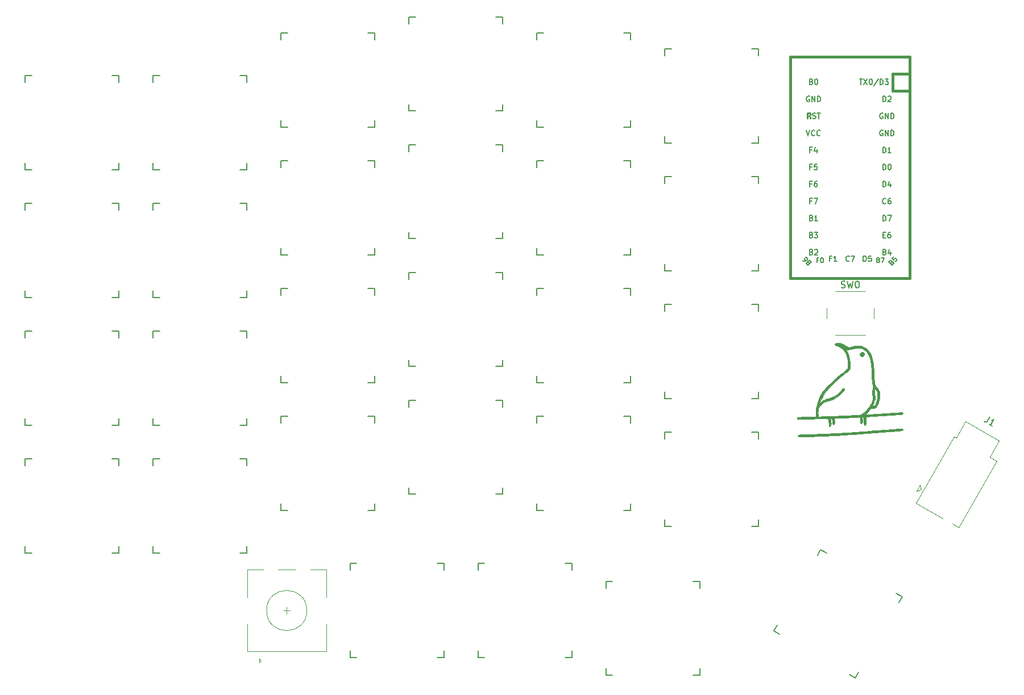
<source format=gbr>
%TF.GenerationSoftware,KiCad,Pcbnew,(5.1.9-0-10_14)*%
%TF.CreationDate,2021-04-25T18:40:37-05:00*%
%TF.ProjectId,wren-plain,7772656e-2d70-46c6-9169-6e2e6b696361,rev?*%
%TF.SameCoordinates,Original*%
%TF.FileFunction,Legend,Top*%
%TF.FilePolarity,Positive*%
%FSLAX46Y46*%
G04 Gerber Fmt 4.6, Leading zero omitted, Abs format (unit mm)*
G04 Created by KiCad (PCBNEW (5.1.9-0-10_14)) date 2021-04-25 18:40:37*
%MOMM*%
%LPD*%
G01*
G04 APERTURE LIST*
%ADD10C,0.010000*%
%ADD11C,0.150000*%
%ADD12C,0.381000*%
%ADD13C,0.120000*%
G04 APERTURE END LIST*
D10*
%TO.C,G\u002A\u002A\u002A*%
G36*
X243120703Y-70714347D02*
G01*
X243179873Y-70733749D01*
X243305406Y-70824822D01*
X243372759Y-70954498D01*
X243380886Y-71099163D01*
X243328744Y-71235208D01*
X243215287Y-71339022D01*
X243206845Y-71343536D01*
X243103152Y-71391649D01*
X243029931Y-71398916D01*
X242944143Y-71366487D01*
X242913834Y-71351374D01*
X242790795Y-71253094D01*
X242730932Y-71128654D01*
X242726859Y-70995206D01*
X242771187Y-70869900D01*
X242856529Y-70769888D01*
X242975497Y-70712320D01*
X243120703Y-70714347D01*
G37*
X243120703Y-70714347D02*
X243179873Y-70733749D01*
X243305406Y-70824822D01*
X243372759Y-70954498D01*
X243380886Y-71099163D01*
X243328744Y-71235208D01*
X243215287Y-71339022D01*
X243206845Y-71343536D01*
X243103152Y-71391649D01*
X243029931Y-71398916D01*
X242944143Y-71366487D01*
X242913834Y-71351374D01*
X242790795Y-71253094D01*
X242730932Y-71128654D01*
X242726859Y-70995206D01*
X242771187Y-70869900D01*
X242856529Y-70769888D01*
X242975497Y-70712320D01*
X243120703Y-70714347D01*
G36*
X239481311Y-69379606D02*
G01*
X239538174Y-69382175D01*
X239679855Y-69390166D01*
X239794314Y-69402675D01*
X239899282Y-69425624D01*
X240012486Y-69464939D01*
X240151656Y-69526542D01*
X240334522Y-69616357D01*
X240519175Y-69709951D01*
X241128268Y-70019946D01*
X241625129Y-69906646D01*
X242064847Y-69824023D01*
X242450283Y-69792887D01*
X242796121Y-69815616D01*
X243117047Y-69894586D01*
X243427746Y-70032176D01*
X243742904Y-70230762D01*
X243776317Y-70254859D01*
X243995294Y-70460457D01*
X244197308Y-70742895D01*
X244378681Y-71095394D01*
X244535730Y-71511175D01*
X244624033Y-71816049D01*
X244684380Y-72105211D01*
X244737010Y-72474770D01*
X244781552Y-72920779D01*
X244817634Y-73439286D01*
X244844886Y-74026344D01*
X244852114Y-74242183D01*
X244862755Y-74581306D01*
X244872378Y-74847400D01*
X244882197Y-75052077D01*
X244893429Y-75206945D01*
X244907288Y-75323614D01*
X244924990Y-75413694D01*
X244947750Y-75488794D01*
X244976782Y-75560525D01*
X244994131Y-75598974D01*
X245082426Y-75758656D01*
X245202215Y-75934726D01*
X245304652Y-76062212D01*
X245468910Y-76263557D01*
X245578877Y-76446970D01*
X245644004Y-76638692D01*
X245673745Y-76864965D01*
X245678309Y-77099583D01*
X245656645Y-77473817D01*
X245602311Y-77844976D01*
X245520031Y-78193612D01*
X245414527Y-78500281D01*
X245290521Y-78745535D01*
X245271511Y-78774513D01*
X245136004Y-78940875D01*
X244992253Y-79037445D01*
X244814538Y-79077273D01*
X244671331Y-79079020D01*
X244404313Y-79068791D01*
X244103785Y-79445144D01*
X243968790Y-79609430D01*
X243838566Y-79759614D01*
X243730091Y-79876549D01*
X243672380Y-79931624D01*
X243541503Y-80041750D01*
X243745835Y-80041677D01*
X243851409Y-80038720D01*
X244032206Y-80030285D01*
X244279000Y-80016958D01*
X244582564Y-79999325D01*
X244933674Y-79977970D01*
X245323102Y-79953480D01*
X245741622Y-79926440D01*
X246180008Y-79897435D01*
X246629034Y-79867050D01*
X247079475Y-79835872D01*
X247522103Y-79804486D01*
X247793987Y-79784782D01*
X248108724Y-79762704D01*
X248397562Y-79744239D01*
X248649270Y-79729963D01*
X248852618Y-79720450D01*
X248996374Y-79716276D01*
X249069308Y-79718017D01*
X249074571Y-79719186D01*
X249120581Y-79775162D01*
X249134755Y-79867476D01*
X249114643Y-79953068D01*
X249089447Y-79980857D01*
X249035857Y-79991156D01*
X248905514Y-80006055D01*
X248706172Y-80024971D01*
X248445586Y-80047321D01*
X248131510Y-80072522D01*
X247771699Y-80099991D01*
X247373908Y-80129145D01*
X246945890Y-80159401D01*
X246495400Y-80190176D01*
X246030193Y-80220887D01*
X245558024Y-80250952D01*
X245220166Y-80271745D01*
X244905972Y-80291088D01*
X244604102Y-80310227D01*
X244329724Y-80328157D01*
X244098004Y-80343875D01*
X243924111Y-80356376D01*
X243839966Y-80363108D01*
X243560433Y-80387760D01*
X243622280Y-80564005D01*
X243656002Y-80715754D01*
X243675678Y-80918183D01*
X243680591Y-81138363D01*
X243670024Y-81343365D01*
X243643263Y-81500257D01*
X243642684Y-81502250D01*
X243599560Y-81594443D01*
X243525369Y-81627167D01*
X243481454Y-81629250D01*
X243357500Y-81629250D01*
X243357284Y-81163583D01*
X243346629Y-80866224D01*
X243315735Y-80636944D01*
X243265753Y-80479768D01*
X243197835Y-80398717D01*
X243136048Y-80390256D01*
X243080302Y-80431488D01*
X243076232Y-80467597D01*
X243085958Y-80536909D01*
X243098166Y-80665671D01*
X243110543Y-80828805D01*
X243113087Y-80867250D01*
X243121656Y-81043040D01*
X243117536Y-81158095D01*
X243097284Y-81235838D01*
X243057458Y-81299694D01*
X243047757Y-81311750D01*
X242976787Y-81381306D01*
X242916989Y-81387180D01*
X242883902Y-81370673D01*
X242843504Y-81330520D01*
X242818709Y-81258148D01*
X242805396Y-81134770D01*
X242800302Y-80989673D01*
X242791044Y-80812236D01*
X242772961Y-80653007D01*
X242749738Y-80543190D01*
X242746543Y-80534195D01*
X242699648Y-80412807D01*
X242308907Y-80440006D01*
X242196451Y-80446763D01*
X242016103Y-80456301D01*
X241779844Y-80468082D01*
X241499651Y-80481569D01*
X241187505Y-80496223D01*
X240855385Y-80511505D01*
X240515271Y-80526879D01*
X240179142Y-80541806D01*
X239858976Y-80555747D01*
X239566755Y-80568165D01*
X239314456Y-80578522D01*
X239114060Y-80586280D01*
X238977546Y-80590901D01*
X238925243Y-80591983D01*
X238881841Y-80599471D01*
X238876817Y-80636461D01*
X238908902Y-80725007D01*
X238916523Y-80743350D01*
X238953983Y-80881777D01*
X238970410Y-81048856D01*
X238966988Y-81219594D01*
X238944903Y-81369002D01*
X238905340Y-81472087D01*
X238880750Y-81497614D01*
X238787371Y-81528941D01*
X238720888Y-81486280D01*
X238679612Y-81367046D01*
X238661851Y-81168651D01*
X238661684Y-81162285D01*
X238638231Y-80913164D01*
X238583181Y-80732327D01*
X238498496Y-80624024D01*
X238398883Y-80592083D01*
X238322696Y-80602895D01*
X238313564Y-80645501D01*
X238321255Y-80666166D01*
X238401690Y-80910287D01*
X238444145Y-81163580D01*
X238447811Y-81403761D01*
X238411880Y-81608547D01*
X238359675Y-81723659D01*
X238296375Y-81801583D01*
X238236235Y-81811523D01*
X238172677Y-81778937D01*
X238141125Y-81736873D01*
X238121422Y-81649466D01*
X238111480Y-81502472D01*
X238109177Y-81345668D01*
X238100936Y-81098858D01*
X238076092Y-80917675D01*
X238035130Y-80790502D01*
X237962094Y-80629089D01*
X236553463Y-80663502D01*
X236164252Y-80672304D01*
X235756210Y-80680274D01*
X235349128Y-80687113D01*
X234962797Y-80692522D01*
X234617008Y-80696203D01*
X234331551Y-80697855D01*
X234277000Y-80697916D01*
X233409166Y-80697916D01*
X233395748Y-80581259D01*
X233404409Y-80483618D01*
X233439234Y-80442765D01*
X233494176Y-80436488D01*
X233623156Y-80428961D01*
X233815562Y-80420583D01*
X234060780Y-80411752D01*
X234348198Y-80402864D01*
X234667205Y-80394319D01*
X234844413Y-80390089D01*
X236192687Y-80359250D01*
X236185076Y-79884775D01*
X236187302Y-79838861D01*
X236493639Y-79838861D01*
X236503244Y-80058633D01*
X236530525Y-80350684D01*
X237446345Y-80322671D01*
X237754407Y-80312910D01*
X238121914Y-80300719D01*
X238523709Y-80286967D01*
X238934636Y-80272521D01*
X239329537Y-80258250D01*
X239547500Y-80250163D01*
X239935952Y-80234990D01*
X240369322Y-80217067D01*
X240818745Y-80197653D01*
X241255362Y-80178006D01*
X241650309Y-80159387D01*
X241819241Y-80151051D01*
X242151305Y-80134077D01*
X242410226Y-80119601D01*
X242607431Y-80106122D01*
X242754352Y-80092139D01*
X242862414Y-80076153D01*
X242943049Y-80056661D01*
X243007684Y-80032164D01*
X243067749Y-80001161D01*
X243099266Y-79982969D01*
X243327416Y-79818504D01*
X243572186Y-79586933D01*
X243822304Y-79301087D01*
X244066499Y-78973800D01*
X244204014Y-78758998D01*
X244606333Y-78758998D01*
X244643510Y-78767426D01*
X244735447Y-78765640D01*
X244760877Y-78763722D01*
X244912523Y-78719413D01*
X244993564Y-78644750D01*
X245087557Y-78476434D01*
X245173379Y-78247132D01*
X245247839Y-77976125D01*
X245307747Y-77682693D01*
X245349913Y-77386118D01*
X245371147Y-77105679D01*
X245368257Y-76860658D01*
X245338055Y-76670334D01*
X245326197Y-76634435D01*
X245279699Y-76544844D01*
X245205718Y-76433172D01*
X245121478Y-76321912D01*
X245044204Y-76233555D01*
X244991120Y-76190593D01*
X244985394Y-76189416D01*
X244965213Y-76227974D01*
X244939395Y-76329903D01*
X244912991Y-76474585D01*
X244908848Y-76501683D01*
X244886173Y-76693275D01*
X244886246Y-76840675D01*
X244910262Y-76981567D01*
X244925970Y-77041433D01*
X244987180Y-77293458D01*
X245014241Y-77510328D01*
X245004562Y-77714462D01*
X244955554Y-77928278D01*
X244864629Y-78174197D01*
X244770687Y-78386026D01*
X244698874Y-78542995D01*
X244642976Y-78668614D01*
X244610933Y-78744868D01*
X244606333Y-78758998D01*
X244204014Y-78758998D01*
X244283828Y-78634327D01*
X244461272Y-78318028D01*
X244586730Y-78051592D01*
X244663526Y-77820779D01*
X244694989Y-77611353D01*
X244684443Y-77409073D01*
X244635216Y-77199703D01*
X244625851Y-77170313D01*
X244576087Y-76902129D01*
X244582238Y-76579225D01*
X244643964Y-76210150D01*
X244668152Y-76111235D01*
X244702487Y-75967932D01*
X244714315Y-75862595D01*
X244702175Y-75759916D01*
X244664608Y-75624588D01*
X244645522Y-75564045D01*
X244617916Y-75469060D01*
X244595645Y-75368647D01*
X244577722Y-75251089D01*
X244563157Y-75104668D01*
X244550961Y-74917667D01*
X244540145Y-74678367D01*
X244529720Y-74375053D01*
X244521433Y-74093916D01*
X244503885Y-73587549D01*
X244481149Y-73153147D01*
X244451797Y-72778089D01*
X244414396Y-72449758D01*
X244367519Y-72155533D01*
X244309734Y-71882796D01*
X244241827Y-71626556D01*
X244097800Y-71219197D01*
X243920124Y-70883950D01*
X243702604Y-70612835D01*
X243439048Y-70397872D01*
X243176872Y-70254552D01*
X242937589Y-70163404D01*
X242698377Y-70112054D01*
X242441370Y-70100006D01*
X242148703Y-70126766D01*
X241802509Y-70191838D01*
X241706500Y-70213800D01*
X241478257Y-70265660D01*
X241257723Y-70312556D01*
X241069292Y-70349498D01*
X240937359Y-70371497D01*
X240932279Y-70372167D01*
X240810568Y-70392541D01*
X240734648Y-70414320D01*
X240720855Y-70427171D01*
X240745747Y-70475803D01*
X240797985Y-70576124D01*
X240855592Y-70686083D01*
X241013051Y-71037501D01*
X241139821Y-71424794D01*
X241232749Y-71828658D01*
X241288679Y-72229790D01*
X241304457Y-72608888D01*
X241276928Y-72946648D01*
X241247892Y-73086549D01*
X241189192Y-73245778D01*
X241106278Y-73395981D01*
X241067976Y-73446841D01*
X241022149Y-73498449D01*
X240973151Y-73549221D01*
X240912361Y-73606443D01*
X240831153Y-73677404D01*
X240720905Y-73769389D01*
X240572993Y-73889687D01*
X240378794Y-74045585D01*
X240129684Y-74244370D01*
X240034333Y-74320324D01*
X239777187Y-74532274D01*
X239485060Y-74785020D01*
X239173878Y-75063792D01*
X238859568Y-75353820D01*
X238558060Y-75640333D01*
X238285279Y-75908562D01*
X238057154Y-76143735D01*
X237991625Y-76214605D01*
X237600109Y-76682595D01*
X237277246Y-77154708D01*
X237008913Y-77652870D01*
X236884340Y-77934081D01*
X236818326Y-78095737D01*
X236766786Y-78226103D01*
X236736918Y-78306758D01*
X236732333Y-78323156D01*
X236763218Y-78309747D01*
X236845529Y-78255033D01*
X236963746Y-78169545D01*
X237011432Y-78133773D01*
X237291950Y-77937812D01*
X237548308Y-77797579D01*
X237806422Y-77700535D01*
X238012474Y-77649424D01*
X238466460Y-77518443D01*
X238908211Y-77318932D01*
X239322009Y-77061275D01*
X239692133Y-76755856D01*
X240002866Y-76413062D01*
X240109464Y-76264100D01*
X240213635Y-76144730D01*
X240312286Y-76108343D01*
X240403633Y-76155477D01*
X240418028Y-76171496D01*
X240442439Y-76245679D01*
X240412776Y-76350175D01*
X240325818Y-76490005D01*
X240178348Y-76670190D01*
X239967145Y-76895751D01*
X239928500Y-76935094D01*
X239573644Y-77258096D01*
X239203175Y-77518702D01*
X238799727Y-77726289D01*
X238345937Y-77890235D01*
X237983612Y-77985297D01*
X237739631Y-78068582D01*
X237476665Y-78204081D01*
X237214509Y-78377161D01*
X236972955Y-78573188D01*
X236771798Y-78777527D01*
X236630832Y-78975543D01*
X236622108Y-78991908D01*
X236569796Y-79140366D01*
X236529074Y-79347820D01*
X236502752Y-79589057D01*
X236493639Y-79838861D01*
X236187302Y-79838861D01*
X236216593Y-79234752D01*
X236331291Y-78594308D01*
X236527927Y-77966601D01*
X236805259Y-77354789D01*
X237162044Y-76762031D01*
X237597040Y-76191486D01*
X237671818Y-76104750D01*
X237914414Y-75841082D01*
X238210011Y-75541149D01*
X238543420Y-75218875D01*
X238899454Y-74888184D01*
X239262925Y-74562999D01*
X239618646Y-74257244D01*
X239951430Y-73984843D01*
X240161333Y-73822413D01*
X240434067Y-73611170D01*
X240641093Y-73435524D01*
X240789882Y-73288496D01*
X240887908Y-73163105D01*
X240913099Y-73120250D01*
X240952723Y-72991662D01*
X240975822Y-72799694D01*
X240982734Y-72563940D01*
X240973795Y-72303990D01*
X240949342Y-72039436D01*
X240909710Y-71789870D01*
X240888606Y-71694177D01*
X240745569Y-71211541D01*
X240567411Y-70803010D01*
X240350376Y-70464047D01*
X240090710Y-70190114D01*
X239784661Y-69976676D01*
X239428473Y-69819194D01*
X239305097Y-69780396D01*
X239122240Y-69711055D01*
X239017654Y-69632303D01*
X238993380Y-69546988D01*
X239051459Y-69457959D01*
X239065497Y-69445992D01*
X239126599Y-69406174D01*
X239201971Y-69383768D01*
X239313059Y-69375877D01*
X239481311Y-69379606D01*
G37*
X239481311Y-69379606D02*
X239538174Y-69382175D01*
X239679855Y-69390166D01*
X239794314Y-69402675D01*
X239899282Y-69425624D01*
X240012486Y-69464939D01*
X240151656Y-69526542D01*
X240334522Y-69616357D01*
X240519175Y-69709951D01*
X241128268Y-70019946D01*
X241625129Y-69906646D01*
X242064847Y-69824023D01*
X242450283Y-69792887D01*
X242796121Y-69815616D01*
X243117047Y-69894586D01*
X243427746Y-70032176D01*
X243742904Y-70230762D01*
X243776317Y-70254859D01*
X243995294Y-70460457D01*
X244197308Y-70742895D01*
X244378681Y-71095394D01*
X244535730Y-71511175D01*
X244624033Y-71816049D01*
X244684380Y-72105211D01*
X244737010Y-72474770D01*
X244781552Y-72920779D01*
X244817634Y-73439286D01*
X244844886Y-74026344D01*
X244852114Y-74242183D01*
X244862755Y-74581306D01*
X244872378Y-74847400D01*
X244882197Y-75052077D01*
X244893429Y-75206945D01*
X244907288Y-75323614D01*
X244924990Y-75413694D01*
X244947750Y-75488794D01*
X244976782Y-75560525D01*
X244994131Y-75598974D01*
X245082426Y-75758656D01*
X245202215Y-75934726D01*
X245304652Y-76062212D01*
X245468910Y-76263557D01*
X245578877Y-76446970D01*
X245644004Y-76638692D01*
X245673745Y-76864965D01*
X245678309Y-77099583D01*
X245656645Y-77473817D01*
X245602311Y-77844976D01*
X245520031Y-78193612D01*
X245414527Y-78500281D01*
X245290521Y-78745535D01*
X245271511Y-78774513D01*
X245136004Y-78940875D01*
X244992253Y-79037445D01*
X244814538Y-79077273D01*
X244671331Y-79079020D01*
X244404313Y-79068791D01*
X244103785Y-79445144D01*
X243968790Y-79609430D01*
X243838566Y-79759614D01*
X243730091Y-79876549D01*
X243672380Y-79931624D01*
X243541503Y-80041750D01*
X243745835Y-80041677D01*
X243851409Y-80038720D01*
X244032206Y-80030285D01*
X244279000Y-80016958D01*
X244582564Y-79999325D01*
X244933674Y-79977970D01*
X245323102Y-79953480D01*
X245741622Y-79926440D01*
X246180008Y-79897435D01*
X246629034Y-79867050D01*
X247079475Y-79835872D01*
X247522103Y-79804486D01*
X247793987Y-79784782D01*
X248108724Y-79762704D01*
X248397562Y-79744239D01*
X248649270Y-79729963D01*
X248852618Y-79720450D01*
X248996374Y-79716276D01*
X249069308Y-79718017D01*
X249074571Y-79719186D01*
X249120581Y-79775162D01*
X249134755Y-79867476D01*
X249114643Y-79953068D01*
X249089447Y-79980857D01*
X249035857Y-79991156D01*
X248905514Y-80006055D01*
X248706172Y-80024971D01*
X248445586Y-80047321D01*
X248131510Y-80072522D01*
X247771699Y-80099991D01*
X247373908Y-80129145D01*
X246945890Y-80159401D01*
X246495400Y-80190176D01*
X246030193Y-80220887D01*
X245558024Y-80250952D01*
X245220166Y-80271745D01*
X244905972Y-80291088D01*
X244604102Y-80310227D01*
X244329724Y-80328157D01*
X244098004Y-80343875D01*
X243924111Y-80356376D01*
X243839966Y-80363108D01*
X243560433Y-80387760D01*
X243622280Y-80564005D01*
X243656002Y-80715754D01*
X243675678Y-80918183D01*
X243680591Y-81138363D01*
X243670024Y-81343365D01*
X243643263Y-81500257D01*
X243642684Y-81502250D01*
X243599560Y-81594443D01*
X243525369Y-81627167D01*
X243481454Y-81629250D01*
X243357500Y-81629250D01*
X243357284Y-81163583D01*
X243346629Y-80866224D01*
X243315735Y-80636944D01*
X243265753Y-80479768D01*
X243197835Y-80398717D01*
X243136048Y-80390256D01*
X243080302Y-80431488D01*
X243076232Y-80467597D01*
X243085958Y-80536909D01*
X243098166Y-80665671D01*
X243110543Y-80828805D01*
X243113087Y-80867250D01*
X243121656Y-81043040D01*
X243117536Y-81158095D01*
X243097284Y-81235838D01*
X243057458Y-81299694D01*
X243047757Y-81311750D01*
X242976787Y-81381306D01*
X242916989Y-81387180D01*
X242883902Y-81370673D01*
X242843504Y-81330520D01*
X242818709Y-81258148D01*
X242805396Y-81134770D01*
X242800302Y-80989673D01*
X242791044Y-80812236D01*
X242772961Y-80653007D01*
X242749738Y-80543190D01*
X242746543Y-80534195D01*
X242699648Y-80412807D01*
X242308907Y-80440006D01*
X242196451Y-80446763D01*
X242016103Y-80456301D01*
X241779844Y-80468082D01*
X241499651Y-80481569D01*
X241187505Y-80496223D01*
X240855385Y-80511505D01*
X240515271Y-80526879D01*
X240179142Y-80541806D01*
X239858976Y-80555747D01*
X239566755Y-80568165D01*
X239314456Y-80578522D01*
X239114060Y-80586280D01*
X238977546Y-80590901D01*
X238925243Y-80591983D01*
X238881841Y-80599471D01*
X238876817Y-80636461D01*
X238908902Y-80725007D01*
X238916523Y-80743350D01*
X238953983Y-80881777D01*
X238970410Y-81048856D01*
X238966988Y-81219594D01*
X238944903Y-81369002D01*
X238905340Y-81472087D01*
X238880750Y-81497614D01*
X238787371Y-81528941D01*
X238720888Y-81486280D01*
X238679612Y-81367046D01*
X238661851Y-81168651D01*
X238661684Y-81162285D01*
X238638231Y-80913164D01*
X238583181Y-80732327D01*
X238498496Y-80624024D01*
X238398883Y-80592083D01*
X238322696Y-80602895D01*
X238313564Y-80645501D01*
X238321255Y-80666166D01*
X238401690Y-80910287D01*
X238444145Y-81163580D01*
X238447811Y-81403761D01*
X238411880Y-81608547D01*
X238359675Y-81723659D01*
X238296375Y-81801583D01*
X238236235Y-81811523D01*
X238172677Y-81778937D01*
X238141125Y-81736873D01*
X238121422Y-81649466D01*
X238111480Y-81502472D01*
X238109177Y-81345668D01*
X238100936Y-81098858D01*
X238076092Y-80917675D01*
X238035130Y-80790502D01*
X237962094Y-80629089D01*
X236553463Y-80663502D01*
X236164252Y-80672304D01*
X235756210Y-80680274D01*
X235349128Y-80687113D01*
X234962797Y-80692522D01*
X234617008Y-80696203D01*
X234331551Y-80697855D01*
X234277000Y-80697916D01*
X233409166Y-80697916D01*
X233395748Y-80581259D01*
X233404409Y-80483618D01*
X233439234Y-80442765D01*
X233494176Y-80436488D01*
X233623156Y-80428961D01*
X233815562Y-80420583D01*
X234060780Y-80411752D01*
X234348198Y-80402864D01*
X234667205Y-80394319D01*
X234844413Y-80390089D01*
X236192687Y-80359250D01*
X236185076Y-79884775D01*
X236187302Y-79838861D01*
X236493639Y-79838861D01*
X236503244Y-80058633D01*
X236530525Y-80350684D01*
X237446345Y-80322671D01*
X237754407Y-80312910D01*
X238121914Y-80300719D01*
X238523709Y-80286967D01*
X238934636Y-80272521D01*
X239329537Y-80258250D01*
X239547500Y-80250163D01*
X239935952Y-80234990D01*
X240369322Y-80217067D01*
X240818745Y-80197653D01*
X241255362Y-80178006D01*
X241650309Y-80159387D01*
X241819241Y-80151051D01*
X242151305Y-80134077D01*
X242410226Y-80119601D01*
X242607431Y-80106122D01*
X242754352Y-80092139D01*
X242862414Y-80076153D01*
X242943049Y-80056661D01*
X243007684Y-80032164D01*
X243067749Y-80001161D01*
X243099266Y-79982969D01*
X243327416Y-79818504D01*
X243572186Y-79586933D01*
X243822304Y-79301087D01*
X244066499Y-78973800D01*
X244204014Y-78758998D01*
X244606333Y-78758998D01*
X244643510Y-78767426D01*
X244735447Y-78765640D01*
X244760877Y-78763722D01*
X244912523Y-78719413D01*
X244993564Y-78644750D01*
X245087557Y-78476434D01*
X245173379Y-78247132D01*
X245247839Y-77976125D01*
X245307747Y-77682693D01*
X245349913Y-77386118D01*
X245371147Y-77105679D01*
X245368257Y-76860658D01*
X245338055Y-76670334D01*
X245326197Y-76634435D01*
X245279699Y-76544844D01*
X245205718Y-76433172D01*
X245121478Y-76321912D01*
X245044204Y-76233555D01*
X244991120Y-76190593D01*
X244985394Y-76189416D01*
X244965213Y-76227974D01*
X244939395Y-76329903D01*
X244912991Y-76474585D01*
X244908848Y-76501683D01*
X244886173Y-76693275D01*
X244886246Y-76840675D01*
X244910262Y-76981567D01*
X244925970Y-77041433D01*
X244987180Y-77293458D01*
X245014241Y-77510328D01*
X245004562Y-77714462D01*
X244955554Y-77928278D01*
X244864629Y-78174197D01*
X244770687Y-78386026D01*
X244698874Y-78542995D01*
X244642976Y-78668614D01*
X244610933Y-78744868D01*
X244606333Y-78758998D01*
X244204014Y-78758998D01*
X244283828Y-78634327D01*
X244461272Y-78318028D01*
X244586730Y-78051592D01*
X244663526Y-77820779D01*
X244694989Y-77611353D01*
X244684443Y-77409073D01*
X244635216Y-77199703D01*
X244625851Y-77170313D01*
X244576087Y-76902129D01*
X244582238Y-76579225D01*
X244643964Y-76210150D01*
X244668152Y-76111235D01*
X244702487Y-75967932D01*
X244714315Y-75862595D01*
X244702175Y-75759916D01*
X244664608Y-75624588D01*
X244645522Y-75564045D01*
X244617916Y-75469060D01*
X244595645Y-75368647D01*
X244577722Y-75251089D01*
X244563157Y-75104668D01*
X244550961Y-74917667D01*
X244540145Y-74678367D01*
X244529720Y-74375053D01*
X244521433Y-74093916D01*
X244503885Y-73587549D01*
X244481149Y-73153147D01*
X244451797Y-72778089D01*
X244414396Y-72449758D01*
X244367519Y-72155533D01*
X244309734Y-71882796D01*
X244241827Y-71626556D01*
X244097800Y-71219197D01*
X243920124Y-70883950D01*
X243702604Y-70612835D01*
X243439048Y-70397872D01*
X243176872Y-70254552D01*
X242937589Y-70163404D01*
X242698377Y-70112054D01*
X242441370Y-70100006D01*
X242148703Y-70126766D01*
X241802509Y-70191838D01*
X241706500Y-70213800D01*
X241478257Y-70265660D01*
X241257723Y-70312556D01*
X241069292Y-70349498D01*
X240937359Y-70371497D01*
X240932279Y-70372167D01*
X240810568Y-70392541D01*
X240734648Y-70414320D01*
X240720855Y-70427171D01*
X240745747Y-70475803D01*
X240797985Y-70576124D01*
X240855592Y-70686083D01*
X241013051Y-71037501D01*
X241139821Y-71424794D01*
X241232749Y-71828658D01*
X241288679Y-72229790D01*
X241304457Y-72608888D01*
X241276928Y-72946648D01*
X241247892Y-73086549D01*
X241189192Y-73245778D01*
X241106278Y-73395981D01*
X241067976Y-73446841D01*
X241022149Y-73498449D01*
X240973151Y-73549221D01*
X240912361Y-73606443D01*
X240831153Y-73677404D01*
X240720905Y-73769389D01*
X240572993Y-73889687D01*
X240378794Y-74045585D01*
X240129684Y-74244370D01*
X240034333Y-74320324D01*
X239777187Y-74532274D01*
X239485060Y-74785020D01*
X239173878Y-75063792D01*
X238859568Y-75353820D01*
X238558060Y-75640333D01*
X238285279Y-75908562D01*
X238057154Y-76143735D01*
X237991625Y-76214605D01*
X237600109Y-76682595D01*
X237277246Y-77154708D01*
X237008913Y-77652870D01*
X236884340Y-77934081D01*
X236818326Y-78095737D01*
X236766786Y-78226103D01*
X236736918Y-78306758D01*
X236732333Y-78323156D01*
X236763218Y-78309747D01*
X236845529Y-78255033D01*
X236963746Y-78169545D01*
X237011432Y-78133773D01*
X237291950Y-77937812D01*
X237548308Y-77797579D01*
X237806422Y-77700535D01*
X238012474Y-77649424D01*
X238466460Y-77518443D01*
X238908211Y-77318932D01*
X239322009Y-77061275D01*
X239692133Y-76755856D01*
X240002866Y-76413062D01*
X240109464Y-76264100D01*
X240213635Y-76144730D01*
X240312286Y-76108343D01*
X240403633Y-76155477D01*
X240418028Y-76171496D01*
X240442439Y-76245679D01*
X240412776Y-76350175D01*
X240325818Y-76490005D01*
X240178348Y-76670190D01*
X239967145Y-76895751D01*
X239928500Y-76935094D01*
X239573644Y-77258096D01*
X239203175Y-77518702D01*
X238799727Y-77726289D01*
X238345937Y-77890235D01*
X237983612Y-77985297D01*
X237739631Y-78068582D01*
X237476665Y-78204081D01*
X237214509Y-78377161D01*
X236972955Y-78573188D01*
X236771798Y-78777527D01*
X236630832Y-78975543D01*
X236622108Y-78991908D01*
X236569796Y-79140366D01*
X236529074Y-79347820D01*
X236502752Y-79589057D01*
X236493639Y-79838861D01*
X236187302Y-79838861D01*
X236216593Y-79234752D01*
X236331291Y-78594308D01*
X236527927Y-77966601D01*
X236805259Y-77354789D01*
X237162044Y-76762031D01*
X237597040Y-76191486D01*
X237671818Y-76104750D01*
X237914414Y-75841082D01*
X238210011Y-75541149D01*
X238543420Y-75218875D01*
X238899454Y-74888184D01*
X239262925Y-74562999D01*
X239618646Y-74257244D01*
X239951430Y-73984843D01*
X240161333Y-73822413D01*
X240434067Y-73611170D01*
X240641093Y-73435524D01*
X240789882Y-73288496D01*
X240887908Y-73163105D01*
X240913099Y-73120250D01*
X240952723Y-72991662D01*
X240975822Y-72799694D01*
X240982734Y-72563940D01*
X240973795Y-72303990D01*
X240949342Y-72039436D01*
X240909710Y-71789870D01*
X240888606Y-71694177D01*
X240745569Y-71211541D01*
X240567411Y-70803010D01*
X240350376Y-70464047D01*
X240090710Y-70190114D01*
X239784661Y-69976676D01*
X239428473Y-69819194D01*
X239305097Y-69780396D01*
X239122240Y-69711055D01*
X239017654Y-69632303D01*
X238993380Y-69546988D01*
X239051459Y-69457959D01*
X239065497Y-69445992D01*
X239126599Y-69406174D01*
X239201971Y-69383768D01*
X239313059Y-69375877D01*
X239481311Y-69379606D01*
G36*
X249073945Y-82143662D02*
G01*
X249128437Y-82201470D01*
X249133027Y-82289813D01*
X249091993Y-82374168D01*
X249040750Y-82411413D01*
X248981613Y-82421827D01*
X248844687Y-82437766D01*
X248636629Y-82458704D01*
X248364100Y-82484117D01*
X248033759Y-82513479D01*
X247652267Y-82546266D01*
X247226281Y-82581951D01*
X246762463Y-82620009D01*
X246267472Y-82659916D01*
X245747967Y-82701145D01*
X245210608Y-82743172D01*
X244662055Y-82785472D01*
X244108967Y-82827519D01*
X243558004Y-82868787D01*
X243015826Y-82908752D01*
X242489091Y-82946889D01*
X241984461Y-82982671D01*
X241508594Y-83015575D01*
X241068150Y-83045073D01*
X240732833Y-83066685D01*
X240344150Y-83090053D01*
X239904165Y-83114504D01*
X239422796Y-83139627D01*
X238909960Y-83165009D01*
X238375574Y-83190238D01*
X237829554Y-83214899D01*
X237281818Y-83238582D01*
X236742282Y-83260874D01*
X236220863Y-83281361D01*
X235727479Y-83299631D01*
X235272047Y-83315271D01*
X234864482Y-83327870D01*
X234514703Y-83337013D01*
X234232626Y-83342289D01*
X234081100Y-83343460D01*
X233857049Y-83340697D01*
X233704462Y-83331074D01*
X233610302Y-83313079D01*
X233561534Y-83285201D01*
X233559579Y-83282956D01*
X233529455Y-83195699D01*
X233567369Y-83114400D01*
X233657911Y-83059333D01*
X233738739Y-83047208D01*
X233904132Y-83045037D01*
X234144890Y-83039156D01*
X234451812Y-83029945D01*
X234815695Y-83017785D01*
X235227336Y-83003055D01*
X235677534Y-82986135D01*
X236157086Y-82967406D01*
X236656790Y-82947246D01*
X237167444Y-82926036D01*
X237679845Y-82904156D01*
X238184790Y-82881986D01*
X238673079Y-82859906D01*
X239135508Y-82838294D01*
X239562875Y-82817533D01*
X239945978Y-82798001D01*
X240275614Y-82780078D01*
X240436500Y-82770700D01*
X240803472Y-82747634D01*
X241245168Y-82718184D01*
X241751944Y-82683071D01*
X242314155Y-82643011D01*
X242922157Y-82598722D01*
X243566306Y-82550923D01*
X244236957Y-82500331D01*
X244924466Y-82447665D01*
X245619188Y-82393642D01*
X246311480Y-82338980D01*
X246991696Y-82284398D01*
X247243028Y-82263988D01*
X247622972Y-82233698D01*
X247977872Y-82206692D01*
X248298594Y-82183570D01*
X248576005Y-82164934D01*
X248800973Y-82151382D01*
X248964364Y-82143516D01*
X249057045Y-82141935D01*
X249073945Y-82143662D01*
G37*
X249073945Y-82143662D02*
X249128437Y-82201470D01*
X249133027Y-82289813D01*
X249091993Y-82374168D01*
X249040750Y-82411413D01*
X248981613Y-82421827D01*
X248844687Y-82437766D01*
X248636629Y-82458704D01*
X248364100Y-82484117D01*
X248033759Y-82513479D01*
X247652267Y-82546266D01*
X247226281Y-82581951D01*
X246762463Y-82620009D01*
X246267472Y-82659916D01*
X245747967Y-82701145D01*
X245210608Y-82743172D01*
X244662055Y-82785472D01*
X244108967Y-82827519D01*
X243558004Y-82868787D01*
X243015826Y-82908752D01*
X242489091Y-82946889D01*
X241984461Y-82982671D01*
X241508594Y-83015575D01*
X241068150Y-83045073D01*
X240732833Y-83066685D01*
X240344150Y-83090053D01*
X239904165Y-83114504D01*
X239422796Y-83139627D01*
X238909960Y-83165009D01*
X238375574Y-83190238D01*
X237829554Y-83214899D01*
X237281818Y-83238582D01*
X236742282Y-83260874D01*
X236220863Y-83281361D01*
X235727479Y-83299631D01*
X235272047Y-83315271D01*
X234864482Y-83327870D01*
X234514703Y-83337013D01*
X234232626Y-83342289D01*
X234081100Y-83343460D01*
X233857049Y-83340697D01*
X233704462Y-83331074D01*
X233610302Y-83313079D01*
X233561534Y-83285201D01*
X233559579Y-83282956D01*
X233529455Y-83195699D01*
X233567369Y-83114400D01*
X233657911Y-83059333D01*
X233738739Y-83047208D01*
X233904132Y-83045037D01*
X234144890Y-83039156D01*
X234451812Y-83029945D01*
X234815695Y-83017785D01*
X235227336Y-83003055D01*
X235677534Y-82986135D01*
X236157086Y-82967406D01*
X236656790Y-82947246D01*
X237167444Y-82926036D01*
X237679845Y-82904156D01*
X238184790Y-82881986D01*
X238673079Y-82859906D01*
X239135508Y-82838294D01*
X239562875Y-82817533D01*
X239945978Y-82798001D01*
X240275614Y-82780078D01*
X240436500Y-82770700D01*
X240803472Y-82747634D01*
X241245168Y-82718184D01*
X241751944Y-82683071D01*
X242314155Y-82643011D01*
X242922157Y-82598722D01*
X243566306Y-82550923D01*
X244236957Y-82500331D01*
X244924466Y-82447665D01*
X245619188Y-82393642D01*
X246311480Y-82338980D01*
X246991696Y-82284398D01*
X247243028Y-82263988D01*
X247622972Y-82233698D01*
X247977872Y-82206692D01*
X248298594Y-82183570D01*
X248576005Y-82164934D01*
X248800973Y-82151382D01*
X248964364Y-82143516D01*
X249057045Y-82141935D01*
X249073945Y-82143662D01*
D11*
%TO.C,MX6*%
X118412500Y-30512500D02*
X118412500Y-29512500D01*
X118412500Y-43512500D02*
X118412500Y-42512500D01*
X132412500Y-29512500D02*
X132412500Y-30512500D01*
X131412500Y-29512500D02*
X132412500Y-29512500D01*
X132412500Y-43512500D02*
X131412500Y-43512500D01*
X132412500Y-42512500D02*
X132412500Y-43512500D01*
X119412500Y-43512500D02*
X118412500Y-43512500D01*
X118412500Y-29512500D02*
X119412500Y-29512500D01*
%TO.C,MX36*%
X118412500Y-87662500D02*
X118412500Y-86662500D01*
X118412500Y-100662500D02*
X118412500Y-99662500D01*
X132412500Y-86662500D02*
X132412500Y-87662500D01*
X131412500Y-86662500D02*
X132412500Y-86662500D01*
X132412500Y-100662500D02*
X131412500Y-100662500D01*
X132412500Y-99662500D02*
X132412500Y-100662500D01*
X119412500Y-100662500D02*
X118412500Y-100662500D01*
X118412500Y-86662500D02*
X119412500Y-86662500D01*
%TO.C,MX41*%
X229921822Y-112321928D02*
X230421822Y-111455902D01*
X242546178Y-118455902D02*
X242046178Y-119321928D01*
X248180152Y-106697572D02*
X249046178Y-107197572D01*
X249046178Y-107197572D02*
X248546178Y-108063598D01*
X236421822Y-101063598D02*
X236921822Y-100197572D01*
X236921822Y-100197572D02*
X237787848Y-100697572D01*
X242046178Y-119321928D02*
X241180152Y-118821928D01*
X230787848Y-112821928D02*
X229921822Y-112321928D01*
%TO.C,MX15*%
X137462500Y-48562500D02*
X138462500Y-48562500D01*
X138462500Y-62562500D02*
X137462500Y-62562500D01*
X151462500Y-61562500D02*
X151462500Y-62562500D01*
X151462500Y-62562500D02*
X150462500Y-62562500D01*
X150462500Y-48562500D02*
X151462500Y-48562500D01*
X151462500Y-48562500D02*
X151462500Y-49562500D01*
X137462500Y-62562500D02*
X137462500Y-61562500D01*
X137462500Y-49562500D02*
X137462500Y-48562500D01*
%TO.C,MX44*%
X166825000Y-102251750D02*
X167825000Y-102251750D01*
X167825000Y-116251750D02*
X166825000Y-116251750D01*
X180825000Y-115251750D02*
X180825000Y-116251750D01*
X180825000Y-116251750D02*
X179825000Y-116251750D01*
X179825000Y-102251750D02*
X180825000Y-102251750D01*
X180825000Y-102251750D02*
X180825000Y-103251750D01*
X166825000Y-116251750D02*
X166825000Y-115251750D01*
X166825000Y-103251750D02*
X166825000Y-102251750D01*
%TO.C,MX43*%
X185875000Y-102251750D02*
X186875000Y-102251750D01*
X186875000Y-116251750D02*
X185875000Y-116251750D01*
X199875000Y-115251750D02*
X199875000Y-116251750D01*
X199875000Y-116251750D02*
X198875000Y-116251750D01*
X198875000Y-102251750D02*
X199875000Y-102251750D01*
X199875000Y-102251750D02*
X199875000Y-103251750D01*
X185875000Y-116251750D02*
X185875000Y-115251750D01*
X185875000Y-103251750D02*
X185875000Y-102251750D01*
%TO.C,MX42*%
X204925000Y-104918750D02*
X205925000Y-104918750D01*
X205925000Y-118918750D02*
X204925000Y-118918750D01*
X218925000Y-117918750D02*
X218925000Y-118918750D01*
X218925000Y-118918750D02*
X217925000Y-118918750D01*
X217925000Y-104918750D02*
X218925000Y-104918750D01*
X218925000Y-104918750D02*
X218925000Y-105918750D01*
X204925000Y-118918750D02*
X204925000Y-117918750D01*
X204925000Y-105918750D02*
X204925000Y-104918750D01*
%TO.C,MX35*%
X137462500Y-86662500D02*
X138462500Y-86662500D01*
X138462500Y-100662500D02*
X137462500Y-100662500D01*
X151462500Y-99662500D02*
X151462500Y-100662500D01*
X151462500Y-100662500D02*
X150462500Y-100662500D01*
X150462500Y-86662500D02*
X151462500Y-86662500D01*
X151462500Y-86662500D02*
X151462500Y-87662500D01*
X137462500Y-100662500D02*
X137462500Y-99662500D01*
X137462500Y-87662500D02*
X137462500Y-86662500D01*
%TO.C,MX34*%
X156512500Y-80312500D02*
X157512500Y-80312500D01*
X157512500Y-94312500D02*
X156512500Y-94312500D01*
X170512500Y-93312500D02*
X170512500Y-94312500D01*
X170512500Y-94312500D02*
X169512500Y-94312500D01*
X169512500Y-80312500D02*
X170512500Y-80312500D01*
X170512500Y-80312500D02*
X170512500Y-81312500D01*
X156512500Y-94312500D02*
X156512500Y-93312500D01*
X156512500Y-81312500D02*
X156512500Y-80312500D01*
%TO.C,MX33*%
X175562500Y-77931250D02*
X176562500Y-77931250D01*
X176562500Y-91931250D02*
X175562500Y-91931250D01*
X189562500Y-90931250D02*
X189562500Y-91931250D01*
X189562500Y-91931250D02*
X188562500Y-91931250D01*
X188562500Y-77931250D02*
X189562500Y-77931250D01*
X189562500Y-77931250D02*
X189562500Y-78931250D01*
X175562500Y-91931250D02*
X175562500Y-90931250D01*
X175562500Y-78931250D02*
X175562500Y-77931250D01*
%TO.C,MX32*%
X194612500Y-80312500D02*
X195612500Y-80312500D01*
X195612500Y-94312500D02*
X194612500Y-94312500D01*
X208612500Y-93312500D02*
X208612500Y-94312500D01*
X208612500Y-94312500D02*
X207612500Y-94312500D01*
X207612500Y-80312500D02*
X208612500Y-80312500D01*
X208612500Y-80312500D02*
X208612500Y-81312500D01*
X194612500Y-94312500D02*
X194612500Y-93312500D01*
X194612500Y-81312500D02*
X194612500Y-80312500D01*
%TO.C,MX31*%
X213662500Y-82693750D02*
X214662500Y-82693750D01*
X214662500Y-96693750D02*
X213662500Y-96693750D01*
X227662500Y-95693750D02*
X227662500Y-96693750D01*
X227662500Y-96693750D02*
X226662500Y-96693750D01*
X226662500Y-82693750D02*
X227662500Y-82693750D01*
X227662500Y-82693750D02*
X227662500Y-83693750D01*
X213662500Y-96693750D02*
X213662500Y-95693750D01*
X213662500Y-83693750D02*
X213662500Y-82693750D01*
%TO.C,MX26*%
X118412500Y-67612500D02*
X119412500Y-67612500D01*
X119412500Y-81612500D02*
X118412500Y-81612500D01*
X132412500Y-80612500D02*
X132412500Y-81612500D01*
X132412500Y-81612500D02*
X131412500Y-81612500D01*
X131412500Y-67612500D02*
X132412500Y-67612500D01*
X132412500Y-67612500D02*
X132412500Y-68612500D01*
X118412500Y-81612500D02*
X118412500Y-80612500D01*
X118412500Y-68612500D02*
X118412500Y-67612500D01*
%TO.C,MX25*%
X137462500Y-67612500D02*
X138462500Y-67612500D01*
X138462500Y-81612500D02*
X137462500Y-81612500D01*
X151462500Y-80612500D02*
X151462500Y-81612500D01*
X151462500Y-81612500D02*
X150462500Y-81612500D01*
X150462500Y-67612500D02*
X151462500Y-67612500D01*
X151462500Y-67612500D02*
X151462500Y-68612500D01*
X137462500Y-81612500D02*
X137462500Y-80612500D01*
X137462500Y-68612500D02*
X137462500Y-67612500D01*
%TO.C,MX24*%
X156512500Y-61262500D02*
X157512500Y-61262500D01*
X157512500Y-75262500D02*
X156512500Y-75262500D01*
X170512500Y-74262500D02*
X170512500Y-75262500D01*
X170512500Y-75262500D02*
X169512500Y-75262500D01*
X169512500Y-61262500D02*
X170512500Y-61262500D01*
X170512500Y-61262500D02*
X170512500Y-62262500D01*
X156512500Y-75262500D02*
X156512500Y-74262500D01*
X156512500Y-62262500D02*
X156512500Y-61262500D01*
%TO.C,MX23*%
X175562500Y-58881250D02*
X176562500Y-58881250D01*
X176562500Y-72881250D02*
X175562500Y-72881250D01*
X189562500Y-71881250D02*
X189562500Y-72881250D01*
X189562500Y-72881250D02*
X188562500Y-72881250D01*
X188562500Y-58881250D02*
X189562500Y-58881250D01*
X189562500Y-58881250D02*
X189562500Y-59881250D01*
X175562500Y-72881250D02*
X175562500Y-71881250D01*
X175562500Y-59881250D02*
X175562500Y-58881250D01*
%TO.C,MX22*%
X194612500Y-61262500D02*
X195612500Y-61262500D01*
X195612500Y-75262500D02*
X194612500Y-75262500D01*
X208612500Y-74262500D02*
X208612500Y-75262500D01*
X208612500Y-75262500D02*
X207612500Y-75262500D01*
X207612500Y-61262500D02*
X208612500Y-61262500D01*
X208612500Y-61262500D02*
X208612500Y-62262500D01*
X194612500Y-75262500D02*
X194612500Y-74262500D01*
X194612500Y-62262500D02*
X194612500Y-61262500D01*
%TO.C,MX21*%
X213662500Y-63643750D02*
X214662500Y-63643750D01*
X214662500Y-77643750D02*
X213662500Y-77643750D01*
X227662500Y-76643750D02*
X227662500Y-77643750D01*
X227662500Y-77643750D02*
X226662500Y-77643750D01*
X226662500Y-63643750D02*
X227662500Y-63643750D01*
X227662500Y-63643750D02*
X227662500Y-64643750D01*
X213662500Y-77643750D02*
X213662500Y-76643750D01*
X213662500Y-64643750D02*
X213662500Y-63643750D01*
%TO.C,MX16*%
X118412500Y-48562500D02*
X119412500Y-48562500D01*
X119412500Y-62562500D02*
X118412500Y-62562500D01*
X132412500Y-61562500D02*
X132412500Y-62562500D01*
X132412500Y-62562500D02*
X131412500Y-62562500D01*
X131412500Y-48562500D02*
X132412500Y-48562500D01*
X132412500Y-48562500D02*
X132412500Y-49562500D01*
X118412500Y-62562500D02*
X118412500Y-61562500D01*
X118412500Y-49562500D02*
X118412500Y-48562500D01*
%TO.C,MX14*%
X156512500Y-42212500D02*
X157512500Y-42212500D01*
X157512500Y-56212500D02*
X156512500Y-56212500D01*
X170512500Y-55212500D02*
X170512500Y-56212500D01*
X170512500Y-56212500D02*
X169512500Y-56212500D01*
X169512500Y-42212500D02*
X170512500Y-42212500D01*
X170512500Y-42212500D02*
X170512500Y-43212500D01*
X156512500Y-56212500D02*
X156512500Y-55212500D01*
X156512500Y-43212500D02*
X156512500Y-42212500D01*
%TO.C,MX13*%
X175562500Y-39831250D02*
X176562500Y-39831250D01*
X176562500Y-53831250D02*
X175562500Y-53831250D01*
X189562500Y-52831250D02*
X189562500Y-53831250D01*
X189562500Y-53831250D02*
X188562500Y-53831250D01*
X188562500Y-39831250D02*
X189562500Y-39831250D01*
X189562500Y-39831250D02*
X189562500Y-40831250D01*
X175562500Y-53831250D02*
X175562500Y-52831250D01*
X175562500Y-40831250D02*
X175562500Y-39831250D01*
%TO.C,MX12*%
X194612500Y-42212500D02*
X195612500Y-42212500D01*
X195612500Y-56212500D02*
X194612500Y-56212500D01*
X208612500Y-55212500D02*
X208612500Y-56212500D01*
X208612500Y-56212500D02*
X207612500Y-56212500D01*
X207612500Y-42212500D02*
X208612500Y-42212500D01*
X208612500Y-42212500D02*
X208612500Y-43212500D01*
X194612500Y-56212500D02*
X194612500Y-55212500D01*
X194612500Y-43212500D02*
X194612500Y-42212500D01*
%TO.C,MX11*%
X213662500Y-44593750D02*
X214662500Y-44593750D01*
X214662500Y-58593750D02*
X213662500Y-58593750D01*
X227662500Y-57593750D02*
X227662500Y-58593750D01*
X227662500Y-58593750D02*
X226662500Y-58593750D01*
X226662500Y-44593750D02*
X227662500Y-44593750D01*
X227662500Y-44593750D02*
X227662500Y-45593750D01*
X213662500Y-58593750D02*
X213662500Y-57593750D01*
X213662500Y-45593750D02*
X213662500Y-44593750D01*
%TO.C,MX5*%
X137462500Y-29512500D02*
X138462500Y-29512500D01*
X138462500Y-43512500D02*
X137462500Y-43512500D01*
X151462500Y-42512500D02*
X151462500Y-43512500D01*
X151462500Y-43512500D02*
X150462500Y-43512500D01*
X150462500Y-29512500D02*
X151462500Y-29512500D01*
X151462500Y-29512500D02*
X151462500Y-30512500D01*
X137462500Y-43512500D02*
X137462500Y-42512500D01*
X137462500Y-30512500D02*
X137462500Y-29512500D01*
%TO.C,MX4*%
X156512500Y-23162500D02*
X157512500Y-23162500D01*
X157512500Y-37162500D02*
X156512500Y-37162500D01*
X170512500Y-36162500D02*
X170512500Y-37162500D01*
X170512500Y-37162500D02*
X169512500Y-37162500D01*
X169512500Y-23162500D02*
X170512500Y-23162500D01*
X170512500Y-23162500D02*
X170512500Y-24162500D01*
X156512500Y-37162500D02*
X156512500Y-36162500D01*
X156512500Y-24162500D02*
X156512500Y-23162500D01*
%TO.C,MX3*%
X175562500Y-20781250D02*
X176562500Y-20781250D01*
X176562500Y-34781250D02*
X175562500Y-34781250D01*
X189562500Y-33781250D02*
X189562500Y-34781250D01*
X189562500Y-34781250D02*
X188562500Y-34781250D01*
X188562500Y-20781250D02*
X189562500Y-20781250D01*
X189562500Y-20781250D02*
X189562500Y-21781250D01*
X175562500Y-34781250D02*
X175562500Y-33781250D01*
X175562500Y-21781250D02*
X175562500Y-20781250D01*
%TO.C,MX2*%
X194612500Y-23162500D02*
X195612500Y-23162500D01*
X195612500Y-37162500D02*
X194612500Y-37162500D01*
X208612500Y-36162500D02*
X208612500Y-37162500D01*
X208612500Y-37162500D02*
X207612500Y-37162500D01*
X207612500Y-23162500D02*
X208612500Y-23162500D01*
X208612500Y-23162500D02*
X208612500Y-24162500D01*
X194612500Y-37162500D02*
X194612500Y-36162500D01*
X194612500Y-24162500D02*
X194612500Y-23162500D01*
%TO.C,MX1*%
X213662500Y-25543750D02*
X214662500Y-25543750D01*
X214662500Y-39543750D02*
X213662500Y-39543750D01*
X227662500Y-38543750D02*
X227662500Y-39543750D01*
X227662500Y-39543750D02*
X226662500Y-39543750D01*
X226662500Y-25543750D02*
X227662500Y-25543750D01*
X227662500Y-25543750D02*
X227662500Y-26543750D01*
X213662500Y-39543750D02*
X213662500Y-38543750D01*
X213662500Y-26543750D02*
X213662500Y-25543750D01*
D12*
%TO.C,U1*%
X247650000Y-29210000D02*
X250190000Y-29210000D01*
X232410000Y-26670000D02*
X250190000Y-26670000D01*
X250190000Y-26670000D02*
X250190000Y-59690000D01*
X250190000Y-59690000D02*
X232410000Y-59690000D01*
X232410000Y-59690000D02*
X232410000Y-26670000D01*
D11*
G36*
X235455365Y-35099030D02*
G01*
X235455365Y-35199030D01*
X234955365Y-35199030D01*
X234955365Y-35099030D01*
X235455365Y-35099030D01*
G37*
X235455365Y-35099030D02*
X235455365Y-35199030D01*
X234955365Y-35199030D01*
X234955365Y-35099030D01*
X235455365Y-35099030D01*
G36*
X235455365Y-35099030D02*
G01*
X235455365Y-35399030D01*
X235355365Y-35399030D01*
X235355365Y-35099030D01*
X235455365Y-35099030D01*
G37*
X235455365Y-35099030D02*
X235455365Y-35399030D01*
X235355365Y-35399030D01*
X235355365Y-35099030D01*
X235455365Y-35099030D01*
G36*
X235455365Y-35699030D02*
G01*
X235455365Y-35899030D01*
X235355365Y-35899030D01*
X235355365Y-35699030D01*
X235455365Y-35699030D01*
G37*
X235455365Y-35699030D02*
X235455365Y-35899030D01*
X235355365Y-35899030D01*
X235355365Y-35699030D01*
X235455365Y-35699030D01*
G36*
X235055365Y-35099030D02*
G01*
X235055365Y-35899030D01*
X234955365Y-35899030D01*
X234955365Y-35099030D01*
X235055365Y-35099030D01*
G37*
X235055365Y-35099030D02*
X235055365Y-35899030D01*
X234955365Y-35899030D01*
X234955365Y-35099030D01*
X235055365Y-35099030D01*
G36*
X235255365Y-35499030D02*
G01*
X235255365Y-35599030D01*
X235155365Y-35599030D01*
X235155365Y-35499030D01*
X235255365Y-35499030D01*
G37*
X235255365Y-35499030D02*
X235255365Y-35599030D01*
X235155365Y-35599030D01*
X235155365Y-35499030D01*
X235255365Y-35499030D01*
D12*
X247650000Y-29210000D02*
X247650000Y-31750000D01*
X247650000Y-31750000D02*
X250190000Y-31750000D01*
D13*
%TO.C,ENC1*%
X157402000Y-109766750D02*
X157402000Y-108766750D01*
X156902000Y-109266750D02*
X157902000Y-109266750D01*
X160902000Y-103166750D02*
X163302000Y-103166750D01*
X156102000Y-103166750D02*
X158702000Y-103166750D01*
X151502000Y-103166750D02*
X153902000Y-103166750D01*
X153302000Y-116466750D02*
X153602000Y-116766750D01*
X153302000Y-117066750D02*
X153302000Y-116466750D01*
X153602000Y-116766750D02*
X153302000Y-117066750D01*
X151502000Y-115366750D02*
X163302000Y-115366750D01*
X151502000Y-111266750D02*
X151502000Y-115366750D01*
X163302000Y-111266750D02*
X163302000Y-115366750D01*
X163302000Y-103166750D02*
X163302000Y-107266750D01*
X151502000Y-107266750D02*
X151502000Y-103166750D01*
X160402000Y-109266750D02*
G75*
G03*
X160402000Y-109266750I-3000000J0D01*
G01*
%TO.C,SW0*%
X244811500Y-65706250D02*
X244811500Y-64206250D01*
X243561500Y-61706250D02*
X239061500Y-61706250D01*
X237811500Y-64206250D02*
X237811500Y-65706250D01*
X239061500Y-68206250D02*
X243561500Y-68206250D01*
%TO.C,J1*%
X257076385Y-83498714D02*
X258476385Y-81073843D01*
X262099332Y-86398714D02*
X263499332Y-83973843D01*
X263138563Y-86998714D02*
X257438563Y-96871403D01*
X263499332Y-83973843D02*
X258476385Y-81073843D01*
X256816577Y-83348714D02*
X257076385Y-83498714D01*
X262099332Y-86398714D02*
X263138563Y-86998714D01*
X257438563Y-96871403D02*
X256485935Y-96321403D01*
X251116577Y-93221403D02*
X255100294Y-95521403D01*
X256816577Y-83348714D02*
X251116577Y-93221403D01*
X251906770Y-91252750D02*
X251723757Y-90569737D01*
X251723757Y-90569737D02*
X251223757Y-91435763D01*
X251223757Y-91435763D02*
X251906770Y-91252750D01*
%TO.C,U1*%
D11*
X243249523Y-57211904D02*
X243249523Y-56411904D01*
X243440000Y-56411904D01*
X243554285Y-56450000D01*
X243630476Y-56526190D01*
X243668571Y-56602380D01*
X243706666Y-56754761D01*
X243706666Y-56869047D01*
X243668571Y-57021428D01*
X243630476Y-57097619D01*
X243554285Y-57173809D01*
X243440000Y-57211904D01*
X243249523Y-57211904D01*
X244430476Y-56411904D02*
X244049523Y-56411904D01*
X244011428Y-56792857D01*
X244049523Y-56754761D01*
X244125714Y-56716666D01*
X244316190Y-56716666D01*
X244392380Y-56754761D01*
X244430476Y-56792857D01*
X244468571Y-56869047D01*
X244468571Y-57059523D01*
X244430476Y-57135714D01*
X244392380Y-57173809D01*
X244316190Y-57211904D01*
X244125714Y-57211904D01*
X244049523Y-57173809D01*
X244011428Y-57135714D01*
X238493333Y-56792857D02*
X238226666Y-56792857D01*
X238226666Y-57211904D02*
X238226666Y-56411904D01*
X238607619Y-56411904D01*
X239331428Y-57211904D02*
X238874285Y-57211904D01*
X239102857Y-57211904D02*
X239102857Y-56411904D01*
X239026666Y-56526190D01*
X238950476Y-56602380D01*
X238874285Y-56640476D01*
X241166666Y-57135714D02*
X241128571Y-57173809D01*
X241014285Y-57211904D01*
X240938095Y-57211904D01*
X240823809Y-57173809D01*
X240747619Y-57097619D01*
X240709523Y-57021428D01*
X240671428Y-56869047D01*
X240671428Y-56754761D01*
X240709523Y-56602380D01*
X240747619Y-56526190D01*
X240823809Y-56450000D01*
X240938095Y-56411904D01*
X241014285Y-56411904D01*
X241128571Y-56450000D01*
X241166666Y-56488095D01*
X241433333Y-56411904D02*
X241966666Y-56411904D01*
X241623809Y-57211904D01*
X235064991Y-57385702D02*
X235017851Y-57291421D01*
X235017851Y-57244280D01*
X235041421Y-57173570D01*
X235112132Y-57102859D01*
X235182842Y-57079289D01*
X235229983Y-57079289D01*
X235300693Y-57102859D01*
X235489255Y-57291421D01*
X234994280Y-57786396D01*
X234829289Y-57621404D01*
X234805719Y-57550693D01*
X234805719Y-57503553D01*
X234829289Y-57432842D01*
X234876429Y-57385702D01*
X234947140Y-57362132D01*
X234994280Y-57362132D01*
X235064991Y-57385702D01*
X235229983Y-57550693D01*
X234287174Y-57079289D02*
X234381455Y-57173570D01*
X234452165Y-57197140D01*
X234499306Y-57197140D01*
X234617157Y-57173570D01*
X234735008Y-57102859D01*
X234923570Y-56914297D01*
X234947140Y-56843587D01*
X234947140Y-56796446D01*
X234923570Y-56725735D01*
X234829289Y-56631455D01*
X234758578Y-56607884D01*
X234711438Y-56607884D01*
X234640727Y-56631455D01*
X234522876Y-56749306D01*
X234499306Y-56820016D01*
X234499306Y-56867157D01*
X234522876Y-56937867D01*
X234617157Y-57032148D01*
X234687867Y-57055719D01*
X234735008Y-57055719D01*
X234805719Y-57032148D01*
X236566666Y-57000000D02*
X236333333Y-57000000D01*
X236333333Y-57366666D02*
X236333333Y-56666666D01*
X236666666Y-56666666D01*
X237066666Y-56666666D02*
X237133333Y-56666666D01*
X237200000Y-56700000D01*
X237233333Y-56733333D01*
X237266666Y-56800000D01*
X237300000Y-56933333D01*
X237300000Y-57100000D01*
X237266666Y-57233333D01*
X237233333Y-57300000D01*
X237200000Y-57333333D01*
X237133333Y-57366666D01*
X237066666Y-57366666D01*
X237000000Y-57333333D01*
X236966666Y-57300000D01*
X236933333Y-57233333D01*
X236900000Y-57100000D01*
X236900000Y-56933333D01*
X236933333Y-56800000D01*
X236966666Y-56733333D01*
X237000000Y-56700000D01*
X237066666Y-56666666D01*
X245516666Y-57000000D02*
X245616666Y-57033333D01*
X245650000Y-57066666D01*
X245683333Y-57133333D01*
X245683333Y-57233333D01*
X245650000Y-57300000D01*
X245616666Y-57333333D01*
X245550000Y-57366666D01*
X245283333Y-57366666D01*
X245283333Y-56666666D01*
X245516666Y-56666666D01*
X245583333Y-56700000D01*
X245616666Y-56733333D01*
X245650000Y-56800000D01*
X245650000Y-56866666D01*
X245616666Y-56933333D01*
X245583333Y-56966666D01*
X245516666Y-57000000D01*
X245283333Y-57000000D01*
X245916666Y-56666666D02*
X246383333Y-56666666D01*
X246083333Y-57366666D01*
X235726666Y-35863809D02*
X235840952Y-35901904D01*
X236031428Y-35901904D01*
X236107619Y-35863809D01*
X236145714Y-35825714D01*
X236183809Y-35749523D01*
X236183809Y-35673333D01*
X236145714Y-35597142D01*
X236107619Y-35559047D01*
X236031428Y-35520952D01*
X235879047Y-35482857D01*
X235802857Y-35444761D01*
X235764761Y-35406666D01*
X235726666Y-35330476D01*
X235726666Y-35254285D01*
X235764761Y-35178095D01*
X235802857Y-35140000D01*
X235879047Y-35101904D01*
X236069523Y-35101904D01*
X236183809Y-35140000D01*
X236412380Y-35101904D02*
X236869523Y-35101904D01*
X236640952Y-35901904D02*
X236640952Y-35101904D01*
X242681395Y-30041904D02*
X243138538Y-30041904D01*
X242909967Y-30841904D02*
X242909967Y-30041904D01*
X243329014Y-30041904D02*
X243862348Y-30841904D01*
X243862348Y-30041904D02*
X243329014Y-30841904D01*
X244319491Y-30041904D02*
X244395681Y-30041904D01*
X244471872Y-30080000D01*
X244509967Y-30118095D01*
X244548062Y-30194285D01*
X244586157Y-30346666D01*
X244586157Y-30537142D01*
X244548062Y-30689523D01*
X244509967Y-30765714D01*
X244471872Y-30803809D01*
X244395681Y-30841904D01*
X244319491Y-30841904D01*
X244243300Y-30803809D01*
X244205205Y-30765714D01*
X244167110Y-30689523D01*
X244129014Y-30537142D01*
X244129014Y-30346666D01*
X244167110Y-30194285D01*
X244205205Y-30118095D01*
X244243300Y-30080000D01*
X244319491Y-30041904D01*
X245500443Y-30003809D02*
X244814729Y-31032380D01*
X245767110Y-30841904D02*
X245767110Y-30041904D01*
X245957586Y-30041904D01*
X246071872Y-30080000D01*
X246148062Y-30156190D01*
X246186157Y-30232380D01*
X246224252Y-30384761D01*
X246224252Y-30499047D01*
X246186157Y-30651428D01*
X246148062Y-30727619D01*
X246071872Y-30803809D01*
X245957586Y-30841904D01*
X245767110Y-30841904D01*
X246490919Y-30041904D02*
X246986157Y-30041904D01*
X246719491Y-30346666D01*
X246833776Y-30346666D01*
X246909967Y-30384761D01*
X246948062Y-30422857D01*
X246986157Y-30499047D01*
X246986157Y-30689523D01*
X246948062Y-30765714D01*
X246909967Y-30803809D01*
X246833776Y-30841904D01*
X246605205Y-30841904D01*
X246529014Y-30803809D01*
X246490919Y-30765714D01*
X235515190Y-55822857D02*
X235629476Y-55860952D01*
X235667571Y-55899047D01*
X235705666Y-55975238D01*
X235705666Y-56089523D01*
X235667571Y-56165714D01*
X235629476Y-56203809D01*
X235553285Y-56241904D01*
X235248523Y-56241904D01*
X235248523Y-55441904D01*
X235515190Y-55441904D01*
X235591380Y-55480000D01*
X235629476Y-55518095D01*
X235667571Y-55594285D01*
X235667571Y-55670476D01*
X235629476Y-55746666D01*
X235591380Y-55784761D01*
X235515190Y-55822857D01*
X235248523Y-55822857D01*
X236010428Y-55518095D02*
X236048523Y-55480000D01*
X236124714Y-55441904D01*
X236315190Y-55441904D01*
X236391380Y-55480000D01*
X236429476Y-55518095D01*
X236467571Y-55594285D01*
X236467571Y-55670476D01*
X236429476Y-55784761D01*
X235972333Y-56241904D01*
X236467571Y-56241904D01*
X235572333Y-48202857D02*
X235305666Y-48202857D01*
X235305666Y-48621904D02*
X235305666Y-47821904D01*
X235686619Y-47821904D01*
X235915190Y-47821904D02*
X236448523Y-47821904D01*
X236105666Y-48621904D01*
X235572333Y-45662857D02*
X235305666Y-45662857D01*
X235305666Y-46081904D02*
X235305666Y-45281904D01*
X235686619Y-45281904D01*
X236334238Y-45281904D02*
X236181857Y-45281904D01*
X236105666Y-45320000D01*
X236067571Y-45358095D01*
X235991380Y-45472380D01*
X235953285Y-45624761D01*
X235953285Y-45929523D01*
X235991380Y-46005714D01*
X236029476Y-46043809D01*
X236105666Y-46081904D01*
X236258047Y-46081904D01*
X236334238Y-46043809D01*
X236372333Y-46005714D01*
X236410428Y-45929523D01*
X236410428Y-45739047D01*
X236372333Y-45662857D01*
X236334238Y-45624761D01*
X236258047Y-45586666D01*
X236105666Y-45586666D01*
X236029476Y-45624761D01*
X235991380Y-45662857D01*
X235953285Y-45739047D01*
X235572333Y-43122857D02*
X235305666Y-43122857D01*
X235305666Y-43541904D02*
X235305666Y-42741904D01*
X235686619Y-42741904D01*
X236372333Y-42741904D02*
X235991380Y-42741904D01*
X235953285Y-43122857D01*
X235991380Y-43084761D01*
X236067571Y-43046666D01*
X236258047Y-43046666D01*
X236334238Y-43084761D01*
X236372333Y-43122857D01*
X236410428Y-43199047D01*
X236410428Y-43389523D01*
X236372333Y-43465714D01*
X236334238Y-43503809D01*
X236258047Y-43541904D01*
X236067571Y-43541904D01*
X235991380Y-43503809D01*
X235953285Y-43465714D01*
X235515190Y-30422857D02*
X235629476Y-30460952D01*
X235667571Y-30499047D01*
X235705666Y-30575238D01*
X235705666Y-30689523D01*
X235667571Y-30765714D01*
X235629476Y-30803809D01*
X235553285Y-30841904D01*
X235248523Y-30841904D01*
X235248523Y-30041904D01*
X235515190Y-30041904D01*
X235591380Y-30080000D01*
X235629476Y-30118095D01*
X235667571Y-30194285D01*
X235667571Y-30270476D01*
X235629476Y-30346666D01*
X235591380Y-30384761D01*
X235515190Y-30422857D01*
X235248523Y-30422857D01*
X236200904Y-30041904D02*
X236277095Y-30041904D01*
X236353285Y-30080000D01*
X236391380Y-30118095D01*
X236429476Y-30194285D01*
X236467571Y-30346666D01*
X236467571Y-30537142D01*
X236429476Y-30689523D01*
X236391380Y-30765714D01*
X236353285Y-30803809D01*
X236277095Y-30841904D01*
X236200904Y-30841904D01*
X236124714Y-30803809D01*
X236086619Y-30765714D01*
X236048523Y-30689523D01*
X236010428Y-30537142D01*
X236010428Y-30346666D01*
X236048523Y-30194285D01*
X236086619Y-30118095D01*
X236124714Y-30080000D01*
X236200904Y-30041904D01*
X235229476Y-32620000D02*
X235153285Y-32581904D01*
X235039000Y-32581904D01*
X234924714Y-32620000D01*
X234848523Y-32696190D01*
X234810428Y-32772380D01*
X234772333Y-32924761D01*
X234772333Y-33039047D01*
X234810428Y-33191428D01*
X234848523Y-33267619D01*
X234924714Y-33343809D01*
X235039000Y-33381904D01*
X235115190Y-33381904D01*
X235229476Y-33343809D01*
X235267571Y-33305714D01*
X235267571Y-33039047D01*
X235115190Y-33039047D01*
X235610428Y-33381904D02*
X235610428Y-32581904D01*
X236067571Y-33381904D01*
X236067571Y-32581904D01*
X236448523Y-33381904D02*
X236448523Y-32581904D01*
X236639000Y-32581904D01*
X236753285Y-32620000D01*
X236829476Y-32696190D01*
X236867571Y-32772380D01*
X236905666Y-32924761D01*
X236905666Y-33039047D01*
X236867571Y-33191428D01*
X236829476Y-33267619D01*
X236753285Y-33343809D01*
X236639000Y-33381904D01*
X236448523Y-33381904D01*
X234772333Y-37661904D02*
X235039000Y-38461904D01*
X235305666Y-37661904D01*
X236029476Y-38385714D02*
X235991380Y-38423809D01*
X235877095Y-38461904D01*
X235800904Y-38461904D01*
X235686619Y-38423809D01*
X235610428Y-38347619D01*
X235572333Y-38271428D01*
X235534238Y-38119047D01*
X235534238Y-38004761D01*
X235572333Y-37852380D01*
X235610428Y-37776190D01*
X235686619Y-37700000D01*
X235800904Y-37661904D01*
X235877095Y-37661904D01*
X235991380Y-37700000D01*
X236029476Y-37738095D01*
X236829476Y-38385714D02*
X236791380Y-38423809D01*
X236677095Y-38461904D01*
X236600904Y-38461904D01*
X236486619Y-38423809D01*
X236410428Y-38347619D01*
X236372333Y-38271428D01*
X236334238Y-38119047D01*
X236334238Y-38004761D01*
X236372333Y-37852380D01*
X236410428Y-37776190D01*
X236486619Y-37700000D01*
X236600904Y-37661904D01*
X236677095Y-37661904D01*
X236791380Y-37700000D01*
X236829476Y-37738095D01*
X235572333Y-40582857D02*
X235305666Y-40582857D01*
X235305666Y-41001904D02*
X235305666Y-40201904D01*
X235686619Y-40201904D01*
X236334238Y-40468571D02*
X236334238Y-41001904D01*
X236143761Y-40163809D02*
X235953285Y-40735238D01*
X236448523Y-40735238D01*
X235515190Y-50742857D02*
X235629476Y-50780952D01*
X235667571Y-50819047D01*
X235705666Y-50895238D01*
X235705666Y-51009523D01*
X235667571Y-51085714D01*
X235629476Y-51123809D01*
X235553285Y-51161904D01*
X235248523Y-51161904D01*
X235248523Y-50361904D01*
X235515190Y-50361904D01*
X235591380Y-50400000D01*
X235629476Y-50438095D01*
X235667571Y-50514285D01*
X235667571Y-50590476D01*
X235629476Y-50666666D01*
X235591380Y-50704761D01*
X235515190Y-50742857D01*
X235248523Y-50742857D01*
X236467571Y-51161904D02*
X236010428Y-51161904D01*
X236239000Y-51161904D02*
X236239000Y-50361904D01*
X236162809Y-50476190D01*
X236086619Y-50552380D01*
X236010428Y-50590476D01*
X235515190Y-53282857D02*
X235629476Y-53320952D01*
X235667571Y-53359047D01*
X235705666Y-53435238D01*
X235705666Y-53549523D01*
X235667571Y-53625714D01*
X235629476Y-53663809D01*
X235553285Y-53701904D01*
X235248523Y-53701904D01*
X235248523Y-52901904D01*
X235515190Y-52901904D01*
X235591380Y-52940000D01*
X235629476Y-52978095D01*
X235667571Y-53054285D01*
X235667571Y-53130476D01*
X235629476Y-53206666D01*
X235591380Y-53244761D01*
X235515190Y-53282857D01*
X235248523Y-53282857D01*
X235972333Y-52901904D02*
X236467571Y-52901904D01*
X236200904Y-53206666D01*
X236315190Y-53206666D01*
X236391380Y-53244761D01*
X236429476Y-53282857D01*
X236467571Y-53359047D01*
X236467571Y-53549523D01*
X236429476Y-53625714D01*
X236391380Y-53663809D01*
X236315190Y-53701904D01*
X236086619Y-53701904D01*
X236010428Y-53663809D01*
X235972333Y-53625714D01*
X247464297Y-57314991D02*
X247558578Y-57267851D01*
X247605719Y-57267851D01*
X247676429Y-57291421D01*
X247747140Y-57362132D01*
X247770710Y-57432842D01*
X247770710Y-57479983D01*
X247747140Y-57550693D01*
X247558578Y-57739255D01*
X247063603Y-57244280D01*
X247228595Y-57079289D01*
X247299306Y-57055719D01*
X247346446Y-57055719D01*
X247417157Y-57079289D01*
X247464297Y-57126429D01*
X247487867Y-57197140D01*
X247487867Y-57244280D01*
X247464297Y-57314991D01*
X247299306Y-57479983D01*
X247794280Y-56513603D02*
X247558578Y-56749306D01*
X247770710Y-57008578D01*
X247770710Y-56961438D01*
X247794280Y-56890727D01*
X247912132Y-56772876D01*
X247982842Y-56749306D01*
X248029983Y-56749306D01*
X248100693Y-56772876D01*
X248218544Y-56890727D01*
X248242115Y-56961438D01*
X248242115Y-57008578D01*
X248218544Y-57079289D01*
X248100693Y-57197140D01*
X248029983Y-57220710D01*
X247982842Y-57220710D01*
X246437190Y-55822857D02*
X246551476Y-55860952D01*
X246589571Y-55899047D01*
X246627666Y-55975238D01*
X246627666Y-56089523D01*
X246589571Y-56165714D01*
X246551476Y-56203809D01*
X246475285Y-56241904D01*
X246170523Y-56241904D01*
X246170523Y-55441904D01*
X246437190Y-55441904D01*
X246513380Y-55480000D01*
X246551476Y-55518095D01*
X246589571Y-55594285D01*
X246589571Y-55670476D01*
X246551476Y-55746666D01*
X246513380Y-55784761D01*
X246437190Y-55822857D01*
X246170523Y-55822857D01*
X247313380Y-55708571D02*
X247313380Y-56241904D01*
X247122904Y-55403809D02*
X246932428Y-55975238D01*
X247427666Y-55975238D01*
X246208619Y-53282857D02*
X246475285Y-53282857D01*
X246589571Y-53701904D02*
X246208619Y-53701904D01*
X246208619Y-52901904D01*
X246589571Y-52901904D01*
X247275285Y-52901904D02*
X247122904Y-52901904D01*
X247046714Y-52940000D01*
X247008619Y-52978095D01*
X246932428Y-53092380D01*
X246894333Y-53244761D01*
X246894333Y-53549523D01*
X246932428Y-53625714D01*
X246970523Y-53663809D01*
X247046714Y-53701904D01*
X247199095Y-53701904D01*
X247275285Y-53663809D01*
X247313380Y-53625714D01*
X247351476Y-53549523D01*
X247351476Y-53359047D01*
X247313380Y-53282857D01*
X247275285Y-53244761D01*
X247199095Y-53206666D01*
X247046714Y-53206666D01*
X246970523Y-53244761D01*
X246932428Y-53282857D01*
X246894333Y-53359047D01*
X246170523Y-51161904D02*
X246170523Y-50361904D01*
X246361000Y-50361904D01*
X246475285Y-50400000D01*
X246551476Y-50476190D01*
X246589571Y-50552380D01*
X246627666Y-50704761D01*
X246627666Y-50819047D01*
X246589571Y-50971428D01*
X246551476Y-51047619D01*
X246475285Y-51123809D01*
X246361000Y-51161904D01*
X246170523Y-51161904D01*
X246894333Y-50361904D02*
X247427666Y-50361904D01*
X247084809Y-51161904D01*
X246627666Y-48545714D02*
X246589571Y-48583809D01*
X246475285Y-48621904D01*
X246399095Y-48621904D01*
X246284809Y-48583809D01*
X246208619Y-48507619D01*
X246170523Y-48431428D01*
X246132428Y-48279047D01*
X246132428Y-48164761D01*
X246170523Y-48012380D01*
X246208619Y-47936190D01*
X246284809Y-47860000D01*
X246399095Y-47821904D01*
X246475285Y-47821904D01*
X246589571Y-47860000D01*
X246627666Y-47898095D01*
X247313380Y-47821904D02*
X247161000Y-47821904D01*
X247084809Y-47860000D01*
X247046714Y-47898095D01*
X246970523Y-48012380D01*
X246932428Y-48164761D01*
X246932428Y-48469523D01*
X246970523Y-48545714D01*
X247008619Y-48583809D01*
X247084809Y-48621904D01*
X247237190Y-48621904D01*
X247313380Y-48583809D01*
X247351476Y-48545714D01*
X247389571Y-48469523D01*
X247389571Y-48279047D01*
X247351476Y-48202857D01*
X247313380Y-48164761D01*
X247237190Y-48126666D01*
X247084809Y-48126666D01*
X247008619Y-48164761D01*
X246970523Y-48202857D01*
X246932428Y-48279047D01*
X246170523Y-46081904D02*
X246170523Y-45281904D01*
X246361000Y-45281904D01*
X246475285Y-45320000D01*
X246551476Y-45396190D01*
X246589571Y-45472380D01*
X246627666Y-45624761D01*
X246627666Y-45739047D01*
X246589571Y-45891428D01*
X246551476Y-45967619D01*
X246475285Y-46043809D01*
X246361000Y-46081904D01*
X246170523Y-46081904D01*
X247313380Y-45548571D02*
X247313380Y-46081904D01*
X247122904Y-45243809D02*
X246932428Y-45815238D01*
X247427666Y-45815238D01*
X246151476Y-35160000D02*
X246075285Y-35121904D01*
X245961000Y-35121904D01*
X245846714Y-35160000D01*
X245770523Y-35236190D01*
X245732428Y-35312380D01*
X245694333Y-35464761D01*
X245694333Y-35579047D01*
X245732428Y-35731428D01*
X245770523Y-35807619D01*
X245846714Y-35883809D01*
X245961000Y-35921904D01*
X246037190Y-35921904D01*
X246151476Y-35883809D01*
X246189571Y-35845714D01*
X246189571Y-35579047D01*
X246037190Y-35579047D01*
X246532428Y-35921904D02*
X246532428Y-35121904D01*
X246989571Y-35921904D01*
X246989571Y-35121904D01*
X247370523Y-35921904D02*
X247370523Y-35121904D01*
X247561000Y-35121904D01*
X247675285Y-35160000D01*
X247751476Y-35236190D01*
X247789571Y-35312380D01*
X247827666Y-35464761D01*
X247827666Y-35579047D01*
X247789571Y-35731428D01*
X247751476Y-35807619D01*
X247675285Y-35883809D01*
X247561000Y-35921904D01*
X247370523Y-35921904D01*
X246151476Y-37700000D02*
X246075285Y-37661904D01*
X245961000Y-37661904D01*
X245846714Y-37700000D01*
X245770523Y-37776190D01*
X245732428Y-37852380D01*
X245694333Y-38004761D01*
X245694333Y-38119047D01*
X245732428Y-38271428D01*
X245770523Y-38347619D01*
X245846714Y-38423809D01*
X245961000Y-38461904D01*
X246037190Y-38461904D01*
X246151476Y-38423809D01*
X246189571Y-38385714D01*
X246189571Y-38119047D01*
X246037190Y-38119047D01*
X246532428Y-38461904D02*
X246532428Y-37661904D01*
X246989571Y-38461904D01*
X246989571Y-37661904D01*
X247370523Y-38461904D02*
X247370523Y-37661904D01*
X247561000Y-37661904D01*
X247675285Y-37700000D01*
X247751476Y-37776190D01*
X247789571Y-37852380D01*
X247827666Y-38004761D01*
X247827666Y-38119047D01*
X247789571Y-38271428D01*
X247751476Y-38347619D01*
X247675285Y-38423809D01*
X247561000Y-38461904D01*
X247370523Y-38461904D01*
X246170523Y-41001904D02*
X246170523Y-40201904D01*
X246361000Y-40201904D01*
X246475285Y-40240000D01*
X246551476Y-40316190D01*
X246589571Y-40392380D01*
X246627666Y-40544761D01*
X246627666Y-40659047D01*
X246589571Y-40811428D01*
X246551476Y-40887619D01*
X246475285Y-40963809D01*
X246361000Y-41001904D01*
X246170523Y-41001904D01*
X247389571Y-41001904D02*
X246932428Y-41001904D01*
X247161000Y-41001904D02*
X247161000Y-40201904D01*
X247084809Y-40316190D01*
X247008619Y-40392380D01*
X246932428Y-40430476D01*
X246170523Y-43541904D02*
X246170523Y-42741904D01*
X246361000Y-42741904D01*
X246475285Y-42780000D01*
X246551476Y-42856190D01*
X246589571Y-42932380D01*
X246627666Y-43084761D01*
X246627666Y-43199047D01*
X246589571Y-43351428D01*
X246551476Y-43427619D01*
X246475285Y-43503809D01*
X246361000Y-43541904D01*
X246170523Y-43541904D01*
X247122904Y-42741904D02*
X247199095Y-42741904D01*
X247275285Y-42780000D01*
X247313380Y-42818095D01*
X247351476Y-42894285D01*
X247389571Y-43046666D01*
X247389571Y-43237142D01*
X247351476Y-43389523D01*
X247313380Y-43465714D01*
X247275285Y-43503809D01*
X247199095Y-43541904D01*
X247122904Y-43541904D01*
X247046714Y-43503809D01*
X247008619Y-43465714D01*
X246970523Y-43389523D01*
X246932428Y-43237142D01*
X246932428Y-43046666D01*
X246970523Y-42894285D01*
X247008619Y-42818095D01*
X247046714Y-42780000D01*
X247122904Y-42741904D01*
X246170523Y-33381904D02*
X246170523Y-32581904D01*
X246361000Y-32581904D01*
X246475285Y-32620000D01*
X246551476Y-32696190D01*
X246589571Y-32772380D01*
X246627666Y-32924761D01*
X246627666Y-33039047D01*
X246589571Y-33191428D01*
X246551476Y-33267619D01*
X246475285Y-33343809D01*
X246361000Y-33381904D01*
X246170523Y-33381904D01*
X246932428Y-32658095D02*
X246970523Y-32620000D01*
X247046714Y-32581904D01*
X247237190Y-32581904D01*
X247313380Y-32620000D01*
X247351476Y-32658095D01*
X247389571Y-32734285D01*
X247389571Y-32810476D01*
X247351476Y-32924761D01*
X246894333Y-33381904D01*
X247389571Y-33381904D01*
%TO.C,SW0*%
X239978166Y-61111011D02*
X240121023Y-61158630D01*
X240359119Y-61158630D01*
X240454357Y-61111011D01*
X240501976Y-61063392D01*
X240549595Y-60968154D01*
X240549595Y-60872916D01*
X240501976Y-60777678D01*
X240454357Y-60730059D01*
X240359119Y-60682440D01*
X240168642Y-60634821D01*
X240073404Y-60587202D01*
X240025785Y-60539583D01*
X239978166Y-60444345D01*
X239978166Y-60349107D01*
X240025785Y-60253869D01*
X240073404Y-60206250D01*
X240168642Y-60158630D01*
X240406738Y-60158630D01*
X240549595Y-60206250D01*
X240882928Y-60158630D02*
X241121023Y-61158630D01*
X241311500Y-60444345D01*
X241501976Y-61158630D01*
X241740071Y-60158630D01*
X242311500Y-60158630D02*
X242406738Y-60158630D01*
X242501976Y-60206250D01*
X242549595Y-60253869D01*
X242597214Y-60349107D01*
X242644833Y-60539583D01*
X242644833Y-60777678D01*
X242597214Y-60968154D01*
X242549595Y-61063392D01*
X242501976Y-61111011D01*
X242406738Y-61158630D01*
X242311500Y-61158630D01*
X242216261Y-61111011D01*
X242168642Y-61063392D01*
X242121023Y-60968154D01*
X242073404Y-60777678D01*
X242073404Y-60539583D01*
X242121023Y-60349107D01*
X242168642Y-60253869D01*
X242216261Y-60206250D01*
X242311500Y-60158630D01*
%TO.C,J1*%
X262115839Y-80383456D02*
X261758696Y-81002045D01*
X261646028Y-81101954D01*
X261515930Y-81136813D01*
X261368403Y-81106624D01*
X261285924Y-81059005D01*
X262481864Y-81749481D02*
X261986993Y-81463767D01*
X262234428Y-81606624D02*
X262734428Y-80740599D01*
X262580521Y-80816698D01*
X262450424Y-80851557D01*
X262344135Y-80845177D01*
%TD*%
M02*

</source>
